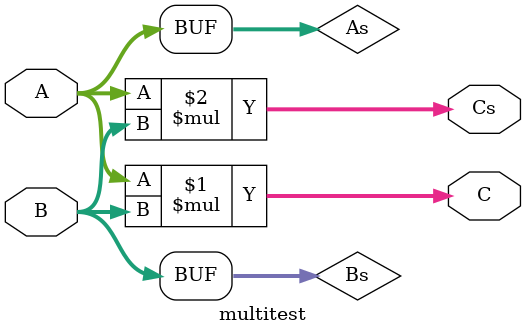
<source format=v>
`timescale 1ns / 1ps
module multitest(
    input [3:0] A,
    input [3:0] B,
    output [7:0] C,
    output signed [7:0] Cs
    );
	 
	 wire signed [3:0]As = A;
	 wire signed [3:0]Bs = B;
	 assign C = A*B;
	 assign Cs = As*Bs;

endmodule

</source>
